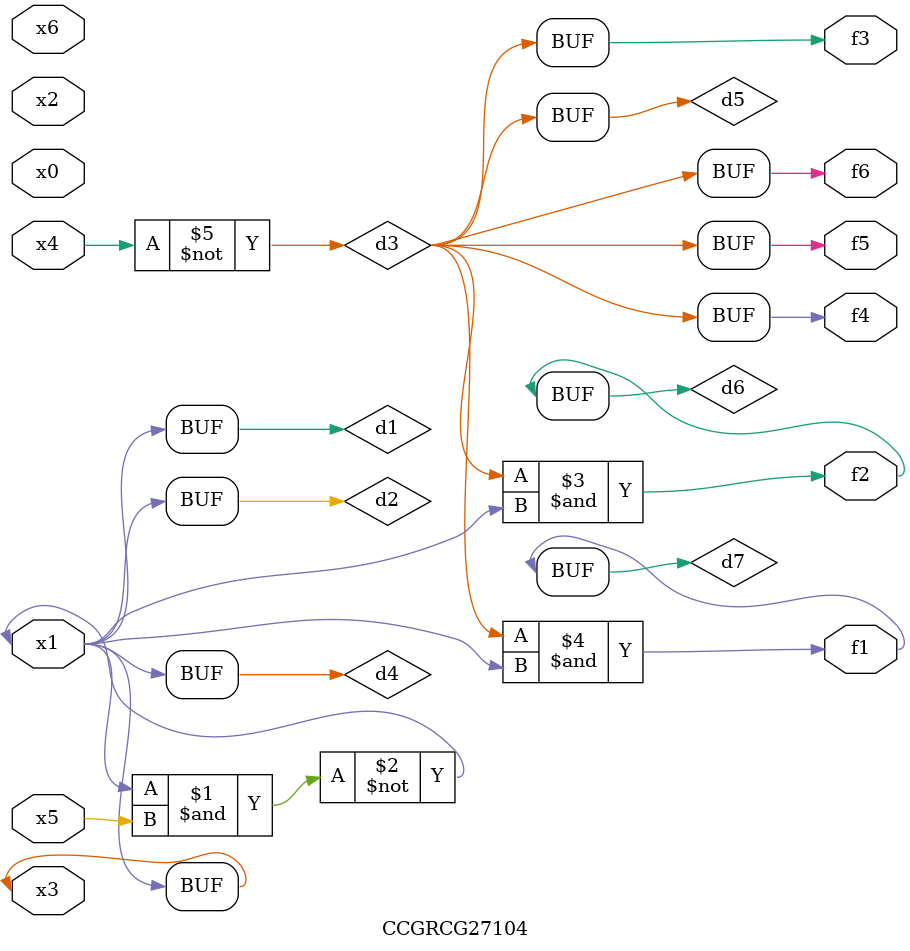
<source format=v>
module CCGRCG27104(
	input x0, x1, x2, x3, x4, x5, x6,
	output f1, f2, f3, f4, f5, f6
);

	wire d1, d2, d3, d4, d5, d6, d7;

	buf (d1, x1, x3);
	nand (d2, x1, x5);
	not (d3, x4);
	buf (d4, d1, d2);
	buf (d5, d3);
	and (d6, d3, d4);
	and (d7, d3, d4);
	assign f1 = d7;
	assign f2 = d6;
	assign f3 = d5;
	assign f4 = d5;
	assign f5 = d5;
	assign f6 = d5;
endmodule

</source>
